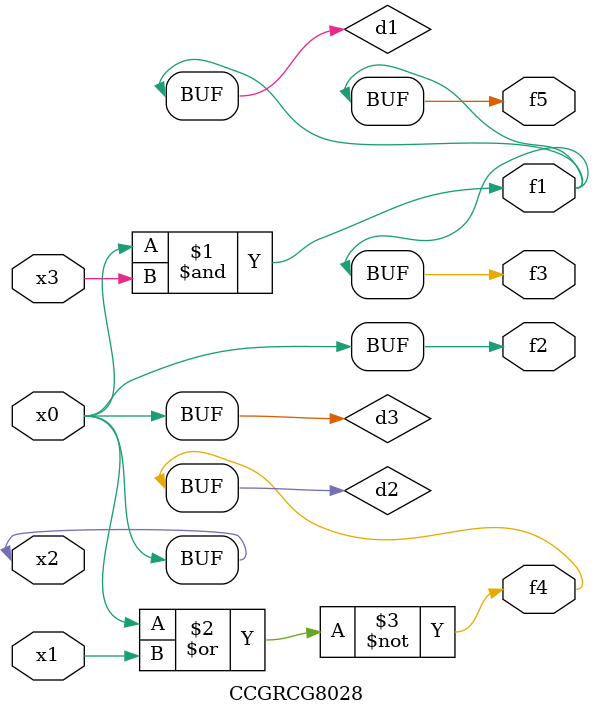
<source format=v>
module CCGRCG8028(
	input x0, x1, x2, x3,
	output f1, f2, f3, f4, f5
);

	wire d1, d2, d3;

	and (d1, x2, x3);
	nor (d2, x0, x1);
	buf (d3, x0, x2);
	assign f1 = d1;
	assign f2 = d3;
	assign f3 = d1;
	assign f4 = d2;
	assign f5 = d1;
endmodule

</source>
